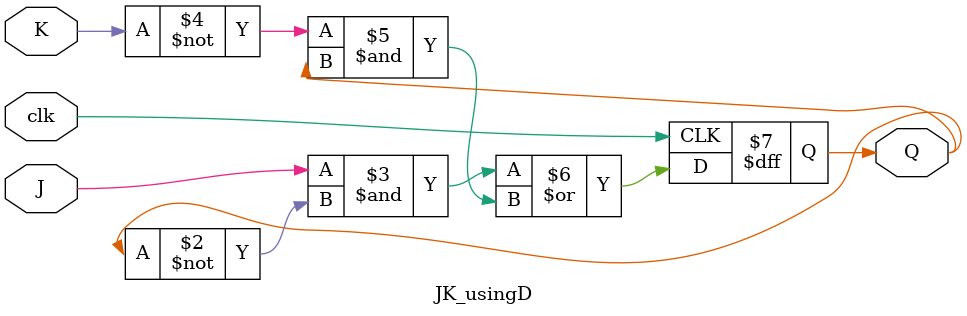
<source format=v>
module JK_usingD(J, K, clk, Q);
input J, K, clk;
output reg Q;

always@(posedge clk)
Q<=(J&(~Q))|((~K)&Q);

endmodule 
</source>
